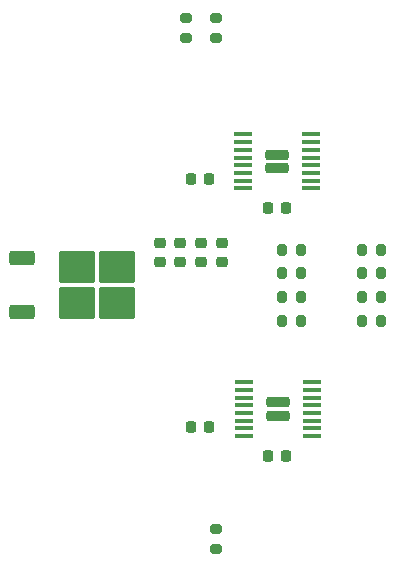
<source format=gbr>
%TF.GenerationSoftware,KiCad,Pcbnew,7.0.6*%
%TF.CreationDate,2024-02-11T17:46:38+09:00*%
%TF.ProjectId,MotorDriver_DRV8874_20240201,4d6f746f-7244-4726-9976-65725f445256,rev?*%
%TF.SameCoordinates,Original*%
%TF.FileFunction,Paste,Top*%
%TF.FilePolarity,Positive*%
%FSLAX46Y46*%
G04 Gerber Fmt 4.6, Leading zero omitted, Abs format (unit mm)*
G04 Created by KiCad (PCBNEW 7.0.6) date 2024-02-11 17:46:38*
%MOMM*%
%LPD*%
G01*
G04 APERTURE LIST*
G04 Aperture macros list*
%AMRoundRect*
0 Rectangle with rounded corners*
0 $1 Rounding radius*
0 $2 $3 $4 $5 $6 $7 $8 $9 X,Y pos of 4 corners*
0 Add a 4 corners polygon primitive as box body*
4,1,4,$2,$3,$4,$5,$6,$7,$8,$9,$2,$3,0*
0 Add four circle primitives for the rounded corners*
1,1,$1+$1,$2,$3*
1,1,$1+$1,$4,$5*
1,1,$1+$1,$6,$7*
1,1,$1+$1,$8,$9*
0 Add four rect primitives between the rounded corners*
20,1,$1+$1,$2,$3,$4,$5,0*
20,1,$1+$1,$4,$5,$6,$7,0*
20,1,$1+$1,$6,$7,$8,$9,0*
20,1,$1+$1,$8,$9,$2,$3,0*%
G04 Aperture macros list end*
%ADD10RoundRect,0.200000X0.200000X0.275000X-0.200000X0.275000X-0.200000X-0.275000X0.200000X-0.275000X0*%
%ADD11RoundRect,0.225000X-0.250000X0.225000X-0.250000X-0.225000X0.250000X-0.225000X0.250000X0.225000X0*%
%ADD12RoundRect,0.225000X0.225000X0.250000X-0.225000X0.250000X-0.225000X-0.250000X0.225000X-0.250000X0*%
%ADD13RoundRect,0.200000X-0.275000X0.200000X-0.275000X-0.200000X0.275000X-0.200000X0.275000X0.200000X0*%
%ADD14RoundRect,0.200000X-0.200000X-0.275000X0.200000X-0.275000X0.200000X0.275000X-0.200000X0.275000X0*%
%ADD15RoundRect,0.250000X-0.850000X-0.350000X0.850000X-0.350000X0.850000X0.350000X-0.850000X0.350000X0*%
%ADD16RoundRect,0.250000X-1.275000X-1.125000X1.275000X-1.125000X1.275000X1.125000X-1.275000X1.125000X0*%
%ADD17RoundRect,0.232500X0.757500X0.232500X-0.757500X0.232500X-0.757500X-0.232500X0.757500X-0.232500X0*%
%ADD18RoundRect,0.100000X0.687500X0.100000X-0.687500X0.100000X-0.687500X-0.100000X0.687500X-0.100000X0*%
G04 APERTURE END LIST*
D10*
%TO.C,R2*%
X107750000Y-91437500D03*
X106100000Y-91437500D03*
%TD*%
D11*
%TO.C,C2*%
X97500000Y-90912500D03*
X97500000Y-92462500D03*
%TD*%
D12*
%TO.C,C4*%
X106450000Y-87937500D03*
X104900000Y-87937500D03*
%TD*%
D13*
%TO.C,R8*%
X100500000Y-71862500D03*
X100500000Y-73512500D03*
%TD*%
D14*
%TO.C,R11*%
X112850000Y-91437500D03*
X114500000Y-91437500D03*
%TD*%
D15*
%TO.C,D1*%
X84135000Y-92157500D03*
D16*
X88760000Y-92912500D03*
X88760000Y-95962500D03*
X92110000Y-92912500D03*
X92110000Y-95962500D03*
D15*
X84135000Y-96717500D03*
%TD*%
D11*
%TO.C,C3*%
X99250000Y-90912500D03*
X99250000Y-92462500D03*
%TD*%
%TO.C,C1*%
X95750000Y-90912500D03*
X95750000Y-92462500D03*
%TD*%
D14*
%TO.C,R1*%
X106100000Y-95437500D03*
X107750000Y-95437500D03*
%TD*%
D10*
%TO.C,R4*%
X107750000Y-97437500D03*
X106100000Y-97437500D03*
%TD*%
D14*
%TO.C,R10*%
X112850000Y-95437500D03*
X114500000Y-95437500D03*
%TD*%
D13*
%TO.C,R6*%
X100500000Y-115112500D03*
X100500000Y-116762500D03*
%TD*%
D17*
%TO.C,U1*%
X105675000Y-84542133D03*
X105675000Y-83382133D03*
D18*
X108537500Y-86237133D03*
X108537500Y-85587133D03*
X108537500Y-84937133D03*
X108537500Y-84287133D03*
X108537500Y-83637133D03*
X108537500Y-82987133D03*
X108537500Y-82337133D03*
X108537500Y-81687133D03*
X102812500Y-81687133D03*
X102812500Y-82337133D03*
X102812500Y-82987133D03*
X102812500Y-83637133D03*
X102812500Y-84287133D03*
X102812500Y-84937133D03*
X102812500Y-85587133D03*
X102812500Y-86237133D03*
%TD*%
D10*
%TO.C,R3*%
X107750000Y-93437500D03*
X106100000Y-93437500D03*
%TD*%
D14*
%TO.C,R9*%
X112850000Y-97437500D03*
X114500000Y-97437500D03*
%TD*%
D10*
%TO.C,R5*%
X114500000Y-93437500D03*
X112850000Y-93437500D03*
%TD*%
D12*
%TO.C,C7*%
X106450000Y-108937500D03*
X104900000Y-108937500D03*
%TD*%
D11*
%TO.C,C5*%
X101000000Y-90912500D03*
X101000000Y-92462500D03*
%TD*%
D13*
%TO.C,R7*%
X98000000Y-71862500D03*
X98000000Y-73512500D03*
%TD*%
D12*
%TO.C,C6*%
X99950000Y-85437500D03*
X98400000Y-85437500D03*
%TD*%
%TO.C,C8*%
X99950000Y-106437500D03*
X98400000Y-106437500D03*
%TD*%
D17*
%TO.C,U2*%
X105787500Y-105517500D03*
X105787500Y-104357500D03*
D18*
X108650000Y-107212500D03*
X108650000Y-106562500D03*
X108650000Y-105912500D03*
X108650000Y-105262500D03*
X108650000Y-104612500D03*
X108650000Y-103962500D03*
X108650000Y-103312500D03*
X108650000Y-102662500D03*
X102925000Y-102662500D03*
X102925000Y-103312500D03*
X102925000Y-103962500D03*
X102925000Y-104612500D03*
X102925000Y-105262500D03*
X102925000Y-105912500D03*
X102925000Y-106562500D03*
X102925000Y-107212500D03*
%TD*%
M02*

</source>
